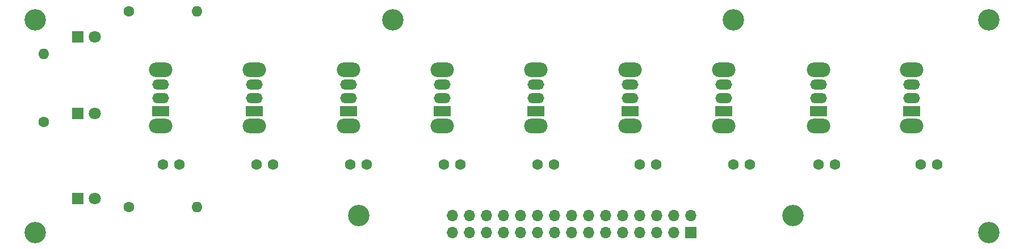
<source format=gbr>
%TF.GenerationSoftware,KiCad,Pcbnew,(5.1.9)-1*%
%TF.CreationDate,2021-09-28T20:53:43+01:00*%
%TF.ProjectId,cessna_switch_radio,63657373-6e61-45f7-9377-697463685f72,rev?*%
%TF.SameCoordinates,Original*%
%TF.FileFunction,Soldermask,Top*%
%TF.FilePolarity,Negative*%
%FSLAX46Y46*%
G04 Gerber Fmt 4.6, Leading zero omitted, Abs format (unit mm)*
G04 Created by KiCad (PCBNEW (5.1.9)-1) date 2021-09-28 20:53:43*
%MOMM*%
%LPD*%
G01*
G04 APERTURE LIST*
%ADD10C,3.200000*%
%ADD11O,3.500000X2.200000*%
%ADD12O,2.500000X1.500000*%
%ADD13R,2.500000X1.500000*%
%ADD14O,1.600000X1.600000*%
%ADD15C,1.600000*%
%ADD16C,1.800000*%
%ADD17R,1.800000X1.800000*%
%ADD18O,1.700000X1.700000*%
%ADD19R,1.700000X1.700000*%
G04 APERTURE END LIST*
D10*
%TO.C,REF\u002A\u002A*%
X82550000Y-58420000D03*
%TD*%
%TO.C,REF\u002A\u002A*%
X147320000Y-58420000D03*
%TD*%
%TO.C,REF\u002A\u002A*%
X138430000Y-29210000D03*
%TD*%
%TO.C,REF\u002A\u002A*%
X87630000Y-29210000D03*
%TD*%
%TO.C,REF\u002A\u002A*%
X34290000Y-29210000D03*
%TD*%
%TO.C,REF\u002A\u002A*%
X34290000Y-60960000D03*
%TD*%
%TO.C,REF\u002A\u002A*%
X176530000Y-60960000D03*
%TD*%
%TO.C,REF\u002A\u002A*%
X176530000Y-29210000D03*
%TD*%
D11*
%TO.C,SW9*%
X165000000Y-36700000D03*
X165000000Y-45100000D03*
D12*
X165000000Y-38900000D03*
X165000000Y-40900000D03*
D13*
X165000000Y-42900000D03*
%TD*%
D11*
%TO.C,SW8*%
X151130000Y-36700000D03*
X151130000Y-45100000D03*
D12*
X151130000Y-38900000D03*
X151130000Y-40900000D03*
D13*
X151130000Y-42900000D03*
%TD*%
D11*
%TO.C,SW7*%
X137000000Y-36700000D03*
X137000000Y-45100000D03*
D12*
X137000000Y-38900000D03*
X137000000Y-40900000D03*
D13*
X137000000Y-42900000D03*
%TD*%
D11*
%TO.C,SW6*%
X123000000Y-36700000D03*
X123000000Y-45100000D03*
D12*
X123000000Y-38900000D03*
X123000000Y-40900000D03*
D13*
X123000000Y-42900000D03*
%TD*%
D11*
%TO.C,SW5*%
X109000000Y-36700000D03*
X109000000Y-45100000D03*
D12*
X109000000Y-38900000D03*
X109000000Y-40900000D03*
D13*
X109000000Y-42900000D03*
%TD*%
D11*
%TO.C,SW4*%
X95000000Y-36700000D03*
X95000000Y-45100000D03*
D12*
X95000000Y-38900000D03*
X95000000Y-40900000D03*
D13*
X95000000Y-42900000D03*
%TD*%
D11*
%TO.C,SW3*%
X81000000Y-36700000D03*
X81000000Y-45100000D03*
D12*
X81000000Y-38900000D03*
X81000000Y-40900000D03*
D13*
X81000000Y-42900000D03*
%TD*%
D11*
%TO.C,SW2*%
X67000000Y-36700000D03*
X67000000Y-45100000D03*
D12*
X67000000Y-38900000D03*
X67000000Y-40900000D03*
D13*
X67000000Y-42900000D03*
%TD*%
D11*
%TO.C,SW1*%
X53000000Y-36700000D03*
X53000000Y-45100000D03*
D12*
X53000000Y-38900000D03*
X53000000Y-40900000D03*
D13*
X53000000Y-42900000D03*
%TD*%
D14*
%TO.C,R3*%
X35560000Y-34290000D03*
D15*
X35560000Y-44450000D03*
%TD*%
D14*
%TO.C,R2*%
X58420000Y-27940000D03*
D15*
X48260000Y-27940000D03*
%TD*%
D14*
%TO.C,R1*%
X58420000Y-57150000D03*
D15*
X48260000Y-57150000D03*
%TD*%
D16*
%TO.C,D3*%
X43180000Y-43180000D03*
D17*
X40640000Y-43180000D03*
%TD*%
D16*
%TO.C,D2*%
X43180000Y-31750000D03*
D17*
X40640000Y-31750000D03*
%TD*%
D16*
%TO.C,D1*%
X43180000Y-55880000D03*
D17*
X40640000Y-55880000D03*
%TD*%
D15*
%TO.C,C9*%
X168870000Y-50800000D03*
X166370000Y-50800000D03*
%TD*%
%TO.C,C8*%
X153630000Y-50800000D03*
X151130000Y-50800000D03*
%TD*%
%TO.C,C7*%
X140930000Y-50800000D03*
X138430000Y-50800000D03*
%TD*%
%TO.C,C6*%
X126960000Y-50800000D03*
X124460000Y-50800000D03*
%TD*%
%TO.C,C5*%
X111720000Y-50800000D03*
X109220000Y-50800000D03*
%TD*%
%TO.C,C4*%
X97750000Y-50800000D03*
X95250000Y-50800000D03*
%TD*%
%TO.C,C2*%
X83780000Y-50800000D03*
X81280000Y-50800000D03*
%TD*%
%TO.C,C1*%
X69810000Y-50800000D03*
X67310000Y-50800000D03*
%TD*%
D18*
%TO.C,J1*%
X96520000Y-58420000D03*
X96520000Y-60960000D03*
X99060000Y-58420000D03*
X99060000Y-60960000D03*
X101600000Y-58420000D03*
X101600000Y-60960000D03*
X104140000Y-58420000D03*
X104140000Y-60960000D03*
X106680000Y-58420000D03*
X106680000Y-60960000D03*
X109220000Y-58420000D03*
X109220000Y-60960000D03*
X111760000Y-58420000D03*
X111760000Y-60960000D03*
X114300000Y-58420000D03*
X114300000Y-60960000D03*
X116840000Y-58420000D03*
X116840000Y-60960000D03*
X119380000Y-58420000D03*
X119380000Y-60960000D03*
X121920000Y-58420000D03*
X121920000Y-60960000D03*
X124460000Y-58420000D03*
X124460000Y-60960000D03*
X127000000Y-58420000D03*
X127000000Y-60960000D03*
X129540000Y-58420000D03*
X129540000Y-60960000D03*
X132080000Y-58420000D03*
D19*
X132080000Y-60960000D03*
%TD*%
D15*
%TO.C,C3*%
X55840000Y-50800000D03*
X53340000Y-50800000D03*
%TD*%
M02*

</source>
